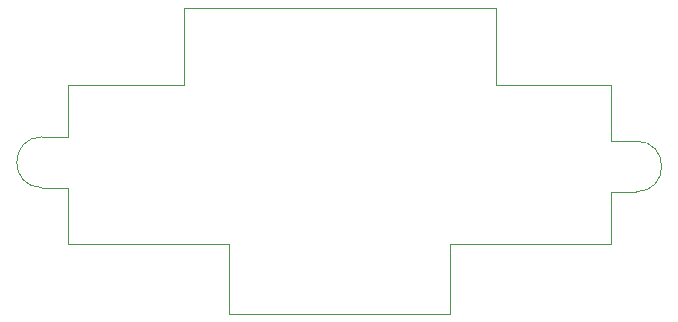
<source format=gm1>
G04*
G04 #@! TF.GenerationSoftware,Altium Limited,Altium Designer,19.0.11 (319)*
G04*
G04 Layer_Color=16711935*
%FSLAX44Y44*%
%MOMM*%
G71*
G01*
G75*
%ADD12C,0.1000*%
D12*
X524500Y103249D02*
G03*
X524500Y146251I0J21502D01*
G01*
X21500Y149751D02*
G03*
X21500Y106749I0J-21502D01*
G01*
X179500Y0D02*
X366500D01*
X179500D02*
Y59000D01*
X43250D02*
X179500D01*
X366500D02*
X503000D01*
X366500Y0D02*
Y59000D01*
X503000D02*
Y103249D01*
X524500D01*
X503000Y146251D02*
X524500D01*
X503000D02*
Y194000D01*
X21500Y149751D02*
X43000D01*
X21500Y106749D02*
X43000D01*
Y59000D02*
Y106749D01*
Y149751D02*
Y194000D01*
X141750Y259000D02*
X405750D01*
Y194000D02*
X503000D01*
X405750D02*
Y259000D01*
X141750Y194000D02*
Y259000D01*
X43000Y194000D02*
X141750D01*
M02*

</source>
